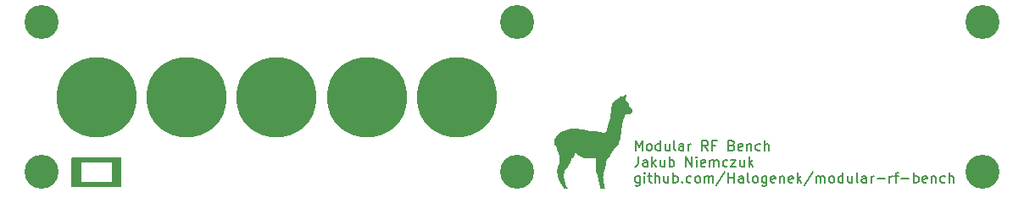
<source format=gbr>
%TF.GenerationSoftware,KiCad,Pcbnew,6.0.9+dfsg-1~bpo11+1*%
%TF.CreationDate,2022-11-11T14:52:19+01:00*%
%TF.ProjectId,014-base-power-board,3031342d-6261-4736-952d-706f7765722d,1*%
%TF.SameCoordinates,Original*%
%TF.FileFunction,Soldermask,Top*%
%TF.FilePolarity,Negative*%
%FSLAX46Y46*%
G04 Gerber Fmt 4.6, Leading zero omitted, Abs format (unit mm)*
G04 Created by KiCad (PCBNEW 6.0.9+dfsg-1~bpo11+1) date 2022-11-11 14:52:19*
%MOMM*%
%LPD*%
G01*
G04 APERTURE LIST*
%ADD10C,0.150000*%
%ADD11C,8.000000*%
%ADD12C,3.400000*%
G04 APERTURE END LIST*
D10*
X160335595Y-95842380D02*
X160335595Y-94842380D01*
X160668928Y-95556666D01*
X161002261Y-94842380D01*
X161002261Y-95842380D01*
X161621309Y-95842380D02*
X161526071Y-95794761D01*
X161478452Y-95747142D01*
X161430833Y-95651904D01*
X161430833Y-95366190D01*
X161478452Y-95270952D01*
X161526071Y-95223333D01*
X161621309Y-95175714D01*
X161764166Y-95175714D01*
X161859404Y-95223333D01*
X161907023Y-95270952D01*
X161954642Y-95366190D01*
X161954642Y-95651904D01*
X161907023Y-95747142D01*
X161859404Y-95794761D01*
X161764166Y-95842380D01*
X161621309Y-95842380D01*
X162811785Y-95842380D02*
X162811785Y-94842380D01*
X162811785Y-95794761D02*
X162716547Y-95842380D01*
X162526071Y-95842380D01*
X162430833Y-95794761D01*
X162383214Y-95747142D01*
X162335595Y-95651904D01*
X162335595Y-95366190D01*
X162383214Y-95270952D01*
X162430833Y-95223333D01*
X162526071Y-95175714D01*
X162716547Y-95175714D01*
X162811785Y-95223333D01*
X163716547Y-95175714D02*
X163716547Y-95842380D01*
X163287976Y-95175714D02*
X163287976Y-95699523D01*
X163335595Y-95794761D01*
X163430833Y-95842380D01*
X163573690Y-95842380D01*
X163668928Y-95794761D01*
X163716547Y-95747142D01*
X164335595Y-95842380D02*
X164240357Y-95794761D01*
X164192738Y-95699523D01*
X164192738Y-94842380D01*
X165145119Y-95842380D02*
X165145119Y-95318571D01*
X165097500Y-95223333D01*
X165002261Y-95175714D01*
X164811785Y-95175714D01*
X164716547Y-95223333D01*
X165145119Y-95794761D02*
X165049880Y-95842380D01*
X164811785Y-95842380D01*
X164716547Y-95794761D01*
X164668928Y-95699523D01*
X164668928Y-95604285D01*
X164716547Y-95509047D01*
X164811785Y-95461428D01*
X165049880Y-95461428D01*
X165145119Y-95413809D01*
X165621309Y-95842380D02*
X165621309Y-95175714D01*
X165621309Y-95366190D02*
X165668928Y-95270952D01*
X165716547Y-95223333D01*
X165811785Y-95175714D01*
X165907023Y-95175714D01*
X167573690Y-95842380D02*
X167240357Y-95366190D01*
X167002261Y-95842380D02*
X167002261Y-94842380D01*
X167383214Y-94842380D01*
X167478452Y-94890000D01*
X167526071Y-94937619D01*
X167573690Y-95032857D01*
X167573690Y-95175714D01*
X167526071Y-95270952D01*
X167478452Y-95318571D01*
X167383214Y-95366190D01*
X167002261Y-95366190D01*
X168335595Y-95318571D02*
X168002261Y-95318571D01*
X168002261Y-95842380D02*
X168002261Y-94842380D01*
X168478452Y-94842380D01*
X169954642Y-95318571D02*
X170097500Y-95366190D01*
X170145119Y-95413809D01*
X170192738Y-95509047D01*
X170192738Y-95651904D01*
X170145119Y-95747142D01*
X170097500Y-95794761D01*
X170002261Y-95842380D01*
X169621309Y-95842380D01*
X169621309Y-94842380D01*
X169954642Y-94842380D01*
X170049880Y-94890000D01*
X170097500Y-94937619D01*
X170145119Y-95032857D01*
X170145119Y-95128095D01*
X170097500Y-95223333D01*
X170049880Y-95270952D01*
X169954642Y-95318571D01*
X169621309Y-95318571D01*
X171002261Y-95794761D02*
X170907023Y-95842380D01*
X170716547Y-95842380D01*
X170621309Y-95794761D01*
X170573690Y-95699523D01*
X170573690Y-95318571D01*
X170621309Y-95223333D01*
X170716547Y-95175714D01*
X170907023Y-95175714D01*
X171002261Y-95223333D01*
X171049880Y-95318571D01*
X171049880Y-95413809D01*
X170573690Y-95509047D01*
X171478452Y-95175714D02*
X171478452Y-95842380D01*
X171478452Y-95270952D02*
X171526071Y-95223333D01*
X171621309Y-95175714D01*
X171764166Y-95175714D01*
X171859404Y-95223333D01*
X171907023Y-95318571D01*
X171907023Y-95842380D01*
X172811785Y-95794761D02*
X172716547Y-95842380D01*
X172526071Y-95842380D01*
X172430833Y-95794761D01*
X172383214Y-95747142D01*
X172335595Y-95651904D01*
X172335595Y-95366190D01*
X172383214Y-95270952D01*
X172430833Y-95223333D01*
X172526071Y-95175714D01*
X172716547Y-95175714D01*
X172811785Y-95223333D01*
X173240357Y-95842380D02*
X173240357Y-94842380D01*
X173668928Y-95842380D02*
X173668928Y-95318571D01*
X173621309Y-95223333D01*
X173526071Y-95175714D01*
X173383214Y-95175714D01*
X173287976Y-95223333D01*
X173240357Y-95270952D01*
X160621309Y-96452380D02*
X160621309Y-97166666D01*
X160573690Y-97309523D01*
X160478452Y-97404761D01*
X160335595Y-97452380D01*
X160240357Y-97452380D01*
X161526071Y-97452380D02*
X161526071Y-96928571D01*
X161478452Y-96833333D01*
X161383214Y-96785714D01*
X161192738Y-96785714D01*
X161097500Y-96833333D01*
X161526071Y-97404761D02*
X161430833Y-97452380D01*
X161192738Y-97452380D01*
X161097500Y-97404761D01*
X161049880Y-97309523D01*
X161049880Y-97214285D01*
X161097500Y-97119047D01*
X161192738Y-97071428D01*
X161430833Y-97071428D01*
X161526071Y-97023809D01*
X162002261Y-97452380D02*
X162002261Y-96452380D01*
X162097500Y-97071428D02*
X162383214Y-97452380D01*
X162383214Y-96785714D02*
X162002261Y-97166666D01*
X163240357Y-96785714D02*
X163240357Y-97452380D01*
X162811785Y-96785714D02*
X162811785Y-97309523D01*
X162859404Y-97404761D01*
X162954642Y-97452380D01*
X163097500Y-97452380D01*
X163192738Y-97404761D01*
X163240357Y-97357142D01*
X163716547Y-97452380D02*
X163716547Y-96452380D01*
X163716547Y-96833333D02*
X163811785Y-96785714D01*
X164002261Y-96785714D01*
X164097500Y-96833333D01*
X164145119Y-96880952D01*
X164192738Y-96976190D01*
X164192738Y-97261904D01*
X164145119Y-97357142D01*
X164097500Y-97404761D01*
X164002261Y-97452380D01*
X163811785Y-97452380D01*
X163716547Y-97404761D01*
X165383214Y-97452380D02*
X165383214Y-96452380D01*
X165954642Y-97452380D01*
X165954642Y-96452380D01*
X166430833Y-97452380D02*
X166430833Y-96785714D01*
X166430833Y-96452380D02*
X166383214Y-96500000D01*
X166430833Y-96547619D01*
X166478452Y-96500000D01*
X166430833Y-96452380D01*
X166430833Y-96547619D01*
X167287976Y-97404761D02*
X167192738Y-97452380D01*
X167002261Y-97452380D01*
X166907023Y-97404761D01*
X166859404Y-97309523D01*
X166859404Y-96928571D01*
X166907023Y-96833333D01*
X167002261Y-96785714D01*
X167192738Y-96785714D01*
X167287976Y-96833333D01*
X167335595Y-96928571D01*
X167335595Y-97023809D01*
X166859404Y-97119047D01*
X167764166Y-97452380D02*
X167764166Y-96785714D01*
X167764166Y-96880952D02*
X167811785Y-96833333D01*
X167907023Y-96785714D01*
X168049880Y-96785714D01*
X168145119Y-96833333D01*
X168192738Y-96928571D01*
X168192738Y-97452380D01*
X168192738Y-96928571D02*
X168240357Y-96833333D01*
X168335595Y-96785714D01*
X168478452Y-96785714D01*
X168573690Y-96833333D01*
X168621309Y-96928571D01*
X168621309Y-97452380D01*
X169526071Y-97404761D02*
X169430833Y-97452380D01*
X169240357Y-97452380D01*
X169145119Y-97404761D01*
X169097500Y-97357142D01*
X169049880Y-97261904D01*
X169049880Y-96976190D01*
X169097500Y-96880952D01*
X169145119Y-96833333D01*
X169240357Y-96785714D01*
X169430833Y-96785714D01*
X169526071Y-96833333D01*
X169859404Y-96785714D02*
X170383214Y-96785714D01*
X169859404Y-97452380D01*
X170383214Y-97452380D01*
X171192738Y-96785714D02*
X171192738Y-97452380D01*
X170764166Y-96785714D02*
X170764166Y-97309523D01*
X170811785Y-97404761D01*
X170907023Y-97452380D01*
X171049880Y-97452380D01*
X171145119Y-97404761D01*
X171192738Y-97357142D01*
X171668928Y-97452380D02*
X171668928Y-96452380D01*
X171764166Y-97071428D02*
X172049880Y-97452380D01*
X172049880Y-96785714D02*
X171668928Y-97166666D01*
X160764166Y-98395714D02*
X160764166Y-99205238D01*
X160716547Y-99300476D01*
X160668928Y-99348095D01*
X160573690Y-99395714D01*
X160430833Y-99395714D01*
X160335595Y-99348095D01*
X160764166Y-99014761D02*
X160668928Y-99062380D01*
X160478452Y-99062380D01*
X160383214Y-99014761D01*
X160335595Y-98967142D01*
X160287976Y-98871904D01*
X160287976Y-98586190D01*
X160335595Y-98490952D01*
X160383214Y-98443333D01*
X160478452Y-98395714D01*
X160668928Y-98395714D01*
X160764166Y-98443333D01*
X161240357Y-99062380D02*
X161240357Y-98395714D01*
X161240357Y-98062380D02*
X161192738Y-98110000D01*
X161240357Y-98157619D01*
X161287976Y-98110000D01*
X161240357Y-98062380D01*
X161240357Y-98157619D01*
X161573690Y-98395714D02*
X161954642Y-98395714D01*
X161716547Y-98062380D02*
X161716547Y-98919523D01*
X161764166Y-99014761D01*
X161859404Y-99062380D01*
X161954642Y-99062380D01*
X162287976Y-99062380D02*
X162287976Y-98062380D01*
X162716547Y-99062380D02*
X162716547Y-98538571D01*
X162668928Y-98443333D01*
X162573690Y-98395714D01*
X162430833Y-98395714D01*
X162335595Y-98443333D01*
X162287976Y-98490952D01*
X163621309Y-98395714D02*
X163621309Y-99062380D01*
X163192738Y-98395714D02*
X163192738Y-98919523D01*
X163240357Y-99014761D01*
X163335595Y-99062380D01*
X163478452Y-99062380D01*
X163573690Y-99014761D01*
X163621309Y-98967142D01*
X164097500Y-99062380D02*
X164097500Y-98062380D01*
X164097500Y-98443333D02*
X164192738Y-98395714D01*
X164383214Y-98395714D01*
X164478452Y-98443333D01*
X164526071Y-98490952D01*
X164573690Y-98586190D01*
X164573690Y-98871904D01*
X164526071Y-98967142D01*
X164478452Y-99014761D01*
X164383214Y-99062380D01*
X164192738Y-99062380D01*
X164097500Y-99014761D01*
X165002261Y-98967142D02*
X165049880Y-99014761D01*
X165002261Y-99062380D01*
X164954642Y-99014761D01*
X165002261Y-98967142D01*
X165002261Y-99062380D01*
X165907023Y-99014761D02*
X165811785Y-99062380D01*
X165621309Y-99062380D01*
X165526071Y-99014761D01*
X165478452Y-98967142D01*
X165430833Y-98871904D01*
X165430833Y-98586190D01*
X165478452Y-98490952D01*
X165526071Y-98443333D01*
X165621309Y-98395714D01*
X165811785Y-98395714D01*
X165907023Y-98443333D01*
X166478452Y-99062380D02*
X166383214Y-99014761D01*
X166335595Y-98967142D01*
X166287976Y-98871904D01*
X166287976Y-98586190D01*
X166335595Y-98490952D01*
X166383214Y-98443333D01*
X166478452Y-98395714D01*
X166621309Y-98395714D01*
X166716547Y-98443333D01*
X166764166Y-98490952D01*
X166811785Y-98586190D01*
X166811785Y-98871904D01*
X166764166Y-98967142D01*
X166716547Y-99014761D01*
X166621309Y-99062380D01*
X166478452Y-99062380D01*
X167240357Y-99062380D02*
X167240357Y-98395714D01*
X167240357Y-98490952D02*
X167287976Y-98443333D01*
X167383214Y-98395714D01*
X167526071Y-98395714D01*
X167621309Y-98443333D01*
X167668928Y-98538571D01*
X167668928Y-99062380D01*
X167668928Y-98538571D02*
X167716547Y-98443333D01*
X167811785Y-98395714D01*
X167954642Y-98395714D01*
X168049880Y-98443333D01*
X168097500Y-98538571D01*
X168097500Y-99062380D01*
X169287976Y-98014761D02*
X168430833Y-99300476D01*
X169621309Y-99062380D02*
X169621309Y-98062380D01*
X169621309Y-98538571D02*
X170192738Y-98538571D01*
X170192738Y-99062380D02*
X170192738Y-98062380D01*
X171097500Y-99062380D02*
X171097500Y-98538571D01*
X171049880Y-98443333D01*
X170954642Y-98395714D01*
X170764166Y-98395714D01*
X170668928Y-98443333D01*
X171097500Y-99014761D02*
X171002261Y-99062380D01*
X170764166Y-99062380D01*
X170668928Y-99014761D01*
X170621309Y-98919523D01*
X170621309Y-98824285D01*
X170668928Y-98729047D01*
X170764166Y-98681428D01*
X171002261Y-98681428D01*
X171097500Y-98633809D01*
X171716547Y-99062380D02*
X171621309Y-99014761D01*
X171573690Y-98919523D01*
X171573690Y-98062380D01*
X172240357Y-99062380D02*
X172145119Y-99014761D01*
X172097500Y-98967142D01*
X172049880Y-98871904D01*
X172049880Y-98586190D01*
X172097500Y-98490952D01*
X172145119Y-98443333D01*
X172240357Y-98395714D01*
X172383214Y-98395714D01*
X172478452Y-98443333D01*
X172526071Y-98490952D01*
X172573690Y-98586190D01*
X172573690Y-98871904D01*
X172526071Y-98967142D01*
X172478452Y-99014761D01*
X172383214Y-99062380D01*
X172240357Y-99062380D01*
X173430833Y-98395714D02*
X173430833Y-99205238D01*
X173383214Y-99300476D01*
X173335595Y-99348095D01*
X173240357Y-99395714D01*
X173097500Y-99395714D01*
X173002261Y-99348095D01*
X173430833Y-99014761D02*
X173335595Y-99062380D01*
X173145119Y-99062380D01*
X173049880Y-99014761D01*
X173002261Y-98967142D01*
X172954642Y-98871904D01*
X172954642Y-98586190D01*
X173002261Y-98490952D01*
X173049880Y-98443333D01*
X173145119Y-98395714D01*
X173335595Y-98395714D01*
X173430833Y-98443333D01*
X174287976Y-99014761D02*
X174192738Y-99062380D01*
X174002261Y-99062380D01*
X173907023Y-99014761D01*
X173859404Y-98919523D01*
X173859404Y-98538571D01*
X173907023Y-98443333D01*
X174002261Y-98395714D01*
X174192738Y-98395714D01*
X174287976Y-98443333D01*
X174335595Y-98538571D01*
X174335595Y-98633809D01*
X173859404Y-98729047D01*
X174764166Y-98395714D02*
X174764166Y-99062380D01*
X174764166Y-98490952D02*
X174811785Y-98443333D01*
X174907023Y-98395714D01*
X175049880Y-98395714D01*
X175145119Y-98443333D01*
X175192738Y-98538571D01*
X175192738Y-99062380D01*
X176049880Y-99014761D02*
X175954642Y-99062380D01*
X175764166Y-99062380D01*
X175668928Y-99014761D01*
X175621309Y-98919523D01*
X175621309Y-98538571D01*
X175668928Y-98443333D01*
X175764166Y-98395714D01*
X175954642Y-98395714D01*
X176049880Y-98443333D01*
X176097500Y-98538571D01*
X176097500Y-98633809D01*
X175621309Y-98729047D01*
X176526071Y-99062380D02*
X176526071Y-98062380D01*
X176621309Y-98681428D02*
X176907023Y-99062380D01*
X176907023Y-98395714D02*
X176526071Y-98776666D01*
X178049880Y-98014761D02*
X177192738Y-99300476D01*
X178383214Y-99062380D02*
X178383214Y-98395714D01*
X178383214Y-98490952D02*
X178430833Y-98443333D01*
X178526071Y-98395714D01*
X178668928Y-98395714D01*
X178764166Y-98443333D01*
X178811785Y-98538571D01*
X178811785Y-99062380D01*
X178811785Y-98538571D02*
X178859404Y-98443333D01*
X178954642Y-98395714D01*
X179097500Y-98395714D01*
X179192738Y-98443333D01*
X179240357Y-98538571D01*
X179240357Y-99062380D01*
X179859404Y-99062380D02*
X179764166Y-99014761D01*
X179716547Y-98967142D01*
X179668928Y-98871904D01*
X179668928Y-98586190D01*
X179716547Y-98490952D01*
X179764166Y-98443333D01*
X179859404Y-98395714D01*
X180002261Y-98395714D01*
X180097500Y-98443333D01*
X180145119Y-98490952D01*
X180192738Y-98586190D01*
X180192738Y-98871904D01*
X180145119Y-98967142D01*
X180097500Y-99014761D01*
X180002261Y-99062380D01*
X179859404Y-99062380D01*
X181049880Y-99062380D02*
X181049880Y-98062380D01*
X181049880Y-99014761D02*
X180954642Y-99062380D01*
X180764166Y-99062380D01*
X180668928Y-99014761D01*
X180621309Y-98967142D01*
X180573690Y-98871904D01*
X180573690Y-98586190D01*
X180621309Y-98490952D01*
X180668928Y-98443333D01*
X180764166Y-98395714D01*
X180954642Y-98395714D01*
X181049880Y-98443333D01*
X181954642Y-98395714D02*
X181954642Y-99062380D01*
X181526071Y-98395714D02*
X181526071Y-98919523D01*
X181573690Y-99014761D01*
X181668928Y-99062380D01*
X181811785Y-99062380D01*
X181907023Y-99014761D01*
X181954642Y-98967142D01*
X182573690Y-99062380D02*
X182478452Y-99014761D01*
X182430833Y-98919523D01*
X182430833Y-98062380D01*
X183383214Y-99062380D02*
X183383214Y-98538571D01*
X183335595Y-98443333D01*
X183240357Y-98395714D01*
X183049880Y-98395714D01*
X182954642Y-98443333D01*
X183383214Y-99014761D02*
X183287976Y-99062380D01*
X183049880Y-99062380D01*
X182954642Y-99014761D01*
X182907023Y-98919523D01*
X182907023Y-98824285D01*
X182954642Y-98729047D01*
X183049880Y-98681428D01*
X183287976Y-98681428D01*
X183383214Y-98633809D01*
X183859404Y-99062380D02*
X183859404Y-98395714D01*
X183859404Y-98586190D02*
X183907023Y-98490952D01*
X183954642Y-98443333D01*
X184049880Y-98395714D01*
X184145119Y-98395714D01*
X184478452Y-98681428D02*
X185240357Y-98681428D01*
X185716547Y-99062380D02*
X185716547Y-98395714D01*
X185716547Y-98586190D02*
X185764166Y-98490952D01*
X185811785Y-98443333D01*
X185907023Y-98395714D01*
X186002261Y-98395714D01*
X186192738Y-98395714D02*
X186573690Y-98395714D01*
X186335595Y-99062380D02*
X186335595Y-98205238D01*
X186383214Y-98110000D01*
X186478452Y-98062380D01*
X186573690Y-98062380D01*
X186907023Y-98681428D02*
X187668928Y-98681428D01*
X188145119Y-99062380D02*
X188145119Y-98062380D01*
X188145119Y-98443333D02*
X188240357Y-98395714D01*
X188430833Y-98395714D01*
X188526071Y-98443333D01*
X188573690Y-98490952D01*
X188621309Y-98586190D01*
X188621309Y-98871904D01*
X188573690Y-98967142D01*
X188526071Y-99014761D01*
X188430833Y-99062380D01*
X188240357Y-99062380D01*
X188145119Y-99014761D01*
X189430833Y-99014761D02*
X189335595Y-99062380D01*
X189145119Y-99062380D01*
X189049880Y-99014761D01*
X189002261Y-98919523D01*
X189002261Y-98538571D01*
X189049880Y-98443333D01*
X189145119Y-98395714D01*
X189335595Y-98395714D01*
X189430833Y-98443333D01*
X189478452Y-98538571D01*
X189478452Y-98633809D01*
X189002261Y-98729047D01*
X189907023Y-98395714D02*
X189907023Y-99062380D01*
X189907023Y-98490952D02*
X189954642Y-98443333D01*
X190049880Y-98395714D01*
X190192738Y-98395714D01*
X190287976Y-98443333D01*
X190335595Y-98538571D01*
X190335595Y-99062380D01*
X191240357Y-99014761D02*
X191145119Y-99062380D01*
X190954642Y-99062380D01*
X190859404Y-99014761D01*
X190811785Y-98967142D01*
X190764166Y-98871904D01*
X190764166Y-98586190D01*
X190811785Y-98490952D01*
X190859404Y-98443333D01*
X190954642Y-98395714D01*
X191145119Y-98395714D01*
X191240357Y-98443333D01*
X191668928Y-99062380D02*
X191668928Y-98062380D01*
X192097500Y-99062380D02*
X192097500Y-98538571D01*
X192049880Y-98443333D01*
X191954642Y-98395714D01*
X191811785Y-98395714D01*
X191716547Y-98443333D01*
X191668928Y-98490952D01*
%TO.C,G\u002A\u002A\u002A*%
G36*
X159414416Y-90229835D02*
G01*
X159443561Y-90245287D01*
X159455277Y-90277583D01*
X159449972Y-90332077D01*
X159428057Y-90414125D01*
X159390492Y-90527483D01*
X159357721Y-90620893D01*
X159329331Y-90699251D01*
X159308224Y-90754728D01*
X159297301Y-90779491D01*
X159296972Y-90779893D01*
X159308277Y-90794357D01*
X159347091Y-90823130D01*
X159405037Y-90860009D01*
X159405588Y-90860340D01*
X159531368Y-90947708D01*
X159627025Y-91039263D01*
X159690648Y-91131501D01*
X159720324Y-91220919D01*
X159714140Y-91304015D01*
X159681040Y-91364891D01*
X159641983Y-91413125D01*
X159755111Y-91481272D01*
X159835474Y-91533399D01*
X159918500Y-91592935D01*
X159961214Y-91626500D01*
X160013323Y-91671855D01*
X160039491Y-91705222D01*
X160046422Y-91739968D01*
X160041322Y-91786249D01*
X160031272Y-91865745D01*
X160024369Y-91946339D01*
X160024113Y-91950944D01*
X160013418Y-92013635D01*
X159985916Y-92048943D01*
X159974590Y-92055528D01*
X159928048Y-92088533D01*
X159888588Y-92128506D01*
X159868465Y-92150077D01*
X159843955Y-92164948D01*
X159806925Y-92174838D01*
X159749245Y-92181464D01*
X159662783Y-92186544D01*
X159601005Y-92189260D01*
X159481689Y-92196462D01*
X159391872Y-92206558D01*
X159336281Y-92218928D01*
X159322815Y-92225758D01*
X159298763Y-92262753D01*
X159280657Y-92319491D01*
X159278901Y-92329094D01*
X159264182Y-92381259D01*
X159235014Y-92457391D01*
X159196401Y-92544984D01*
X159173574Y-92592270D01*
X159139234Y-92663297D01*
X159112482Y-92726234D01*
X159090874Y-92789962D01*
X159071966Y-92863358D01*
X159053315Y-92955305D01*
X159032476Y-93074680D01*
X159020007Y-93150285D01*
X158997223Y-93300950D01*
X158975026Y-93467452D01*
X158955407Y-93633514D01*
X158940354Y-93782855D01*
X158935422Y-93842636D01*
X158906958Y-94141701D01*
X158868203Y-94406871D01*
X158818026Y-94644557D01*
X158756107Y-94858732D01*
X158698283Y-95014260D01*
X158632599Y-95149892D01*
X158552041Y-95277021D01*
X158449597Y-95407040D01*
X158351287Y-95516399D01*
X158154658Y-95750561D01*
X157987613Y-96003258D01*
X157862728Y-96242372D01*
X157806372Y-96355807D01*
X157755622Y-96440750D01*
X157703351Y-96508037D01*
X157656965Y-96555208D01*
X157601622Y-96604234D01*
X157556502Y-96639426D01*
X157531137Y-96653365D01*
X157530790Y-96653377D01*
X157506902Y-96666437D01*
X157483839Y-96707534D01*
X157460784Y-96779546D01*
X157436919Y-96885349D01*
X157411425Y-97027821D01*
X157395405Y-97129478D01*
X157365871Y-97315506D01*
X157337404Y-97473253D01*
X157307074Y-97615579D01*
X157271949Y-97755342D01*
X157229100Y-97905404D01*
X157188295Y-98038303D01*
X157147325Y-98177534D01*
X157119875Y-98296918D01*
X157105347Y-98407585D01*
X157103144Y-98520664D01*
X157112669Y-98647287D01*
X157133325Y-98798585D01*
X157143953Y-98864768D01*
X157163727Y-98987783D01*
X157182195Y-99108350D01*
X157197685Y-99215164D01*
X157208527Y-99296921D01*
X157211122Y-99319447D01*
X157225786Y-99409456D01*
X157252736Y-99483788D01*
X157300009Y-99563926D01*
X157305847Y-99572620D01*
X157386243Y-99691457D01*
X156782070Y-99691457D01*
X156796036Y-99624288D01*
X156813333Y-99564768D01*
X156834184Y-99519072D01*
X156843905Y-99491984D01*
X156839148Y-99455160D01*
X156817574Y-99398893D01*
X156792109Y-99344584D01*
X156752101Y-99253206D01*
X156718036Y-99153524D01*
X156687707Y-99037147D01*
X156658903Y-98895681D01*
X156631702Y-98735224D01*
X156611548Y-98630975D01*
X156581809Y-98505236D01*
X156546841Y-98375430D01*
X156518084Y-98280545D01*
X156478746Y-98154864D01*
X156448370Y-98046309D01*
X156425112Y-97944624D01*
X156407130Y-97839548D01*
X156392581Y-97720822D01*
X156379621Y-97578188D01*
X156370564Y-97459398D01*
X156360015Y-97253088D01*
X156358411Y-97055605D01*
X156365560Y-96876859D01*
X156381269Y-96726763D01*
X156385298Y-96701762D01*
X156396570Y-96636477D01*
X156026124Y-96647921D01*
X155784525Y-96650961D01*
X155574331Y-96643448D01*
X155386768Y-96624548D01*
X155213065Y-96593426D01*
X155070670Y-96557002D01*
X154857737Y-96479272D01*
X154679081Y-96379181D01*
X154533819Y-96256105D01*
X154421073Y-96109423D01*
X154408870Y-96088783D01*
X154351814Y-95989200D01*
X154337279Y-96047112D01*
X154297554Y-96161485D01*
X154236069Y-96287677D01*
X154161694Y-96409751D01*
X154083296Y-96511771D01*
X154071653Y-96524448D01*
X154003647Y-96598506D01*
X153958031Y-96657071D01*
X153927706Y-96713614D01*
X153905573Y-96781608D01*
X153884534Y-96874524D01*
X153882815Y-96882813D01*
X153844506Y-97028087D01*
X153790157Y-97160794D01*
X153714821Y-97289451D01*
X153613551Y-97422573D01*
X153489124Y-97560612D01*
X153401310Y-97654172D01*
X153338192Y-97726133D01*
X153294604Y-97783473D01*
X153265382Y-97833172D01*
X153245358Y-97882210D01*
X153240968Y-97895887D01*
X153213235Y-98020673D01*
X153196981Y-98167535D01*
X153193305Y-98318539D01*
X153203301Y-98455751D01*
X153205734Y-98472091D01*
X153243698Y-98704382D01*
X153277306Y-98898498D01*
X153307217Y-99057292D01*
X153334090Y-99183619D01*
X153358585Y-99280332D01*
X153381360Y-99350286D01*
X153403075Y-99396333D01*
X153424389Y-99421329D01*
X153425073Y-99421814D01*
X153486072Y-99472353D01*
X153541125Y-99531622D01*
X153578952Y-99586696D01*
X153587782Y-99608240D01*
X153590489Y-99627264D01*
X153581872Y-99639442D01*
X153554833Y-99646293D01*
X153502273Y-99649342D01*
X153417094Y-99650108D01*
X153392439Y-99650122D01*
X153186144Y-99650122D01*
X153190898Y-99593287D01*
X153186738Y-99556861D01*
X153164682Y-99515379D01*
X153119538Y-99460866D01*
X153073165Y-99412449D01*
X152987536Y-99314295D01*
X152909605Y-99199197D01*
X152836422Y-99061452D01*
X152765035Y-98895359D01*
X152692493Y-98695216D01*
X152675413Y-98644006D01*
X152605788Y-98420717D01*
X152555232Y-98227218D01*
X152523844Y-98056571D01*
X152511725Y-97901843D01*
X152518975Y-97756096D01*
X152545692Y-97612396D01*
X152591977Y-97463806D01*
X152657928Y-97303392D01*
X152695851Y-97221725D01*
X152726488Y-97155147D01*
X152746363Y-97101135D01*
X152757737Y-97047338D01*
X152762867Y-96981402D01*
X152764014Y-96890976D01*
X152763885Y-96849715D01*
X152748074Y-96627435D01*
X152702914Y-96378699D01*
X152628873Y-96105678D01*
X152559296Y-95899024D01*
X152523042Y-95790650D01*
X152489003Y-95674804D01*
X152462487Y-95570101D01*
X152454213Y-95530466D01*
X152428822Y-95416737D01*
X152401286Y-95330454D01*
X152373391Y-95274383D01*
X152346923Y-95251287D01*
X152323668Y-95263931D01*
X152307949Y-95304088D01*
X152298407Y-95337346D01*
X152289621Y-95340392D01*
X152275793Y-95309800D01*
X152264250Y-95278254D01*
X152242457Y-95181687D01*
X152234480Y-95061679D01*
X152239934Y-94933607D01*
X152258432Y-94812845D01*
X152277676Y-94744395D01*
X152372199Y-94538632D01*
X152502148Y-94350848D01*
X152665062Y-94182486D01*
X152858484Y-94034988D01*
X153079955Y-93909797D01*
X153327018Y-93808357D01*
X153597214Y-93732109D01*
X153888085Y-93682496D01*
X154119284Y-93663590D01*
X154294850Y-93659516D01*
X154462998Y-93664635D01*
X154633553Y-93680037D01*
X154816339Y-93706811D01*
X155021181Y-93746046D01*
X155183423Y-93781617D01*
X155375615Y-93824691D01*
X155535159Y-93858400D01*
X155669417Y-93883758D01*
X155785751Y-93901779D01*
X155891524Y-93913475D01*
X155994098Y-93919859D01*
X156100835Y-93921946D01*
X156197258Y-93921150D01*
X156309477Y-93919831D01*
X156398026Y-93921178D01*
X156474640Y-93926632D01*
X156551056Y-93937637D01*
X156639011Y-93955638D01*
X156750241Y-93982076D01*
X156807208Y-93996165D01*
X156951244Y-94030429D01*
X157062559Y-94052366D01*
X157147893Y-94061952D01*
X157213985Y-94059163D01*
X157267576Y-94043974D01*
X157315406Y-94016360D01*
X157343667Y-93994218D01*
X157385778Y-93953346D01*
X157421467Y-93904258D01*
X157453302Y-93840683D01*
X157483851Y-93756347D01*
X157515681Y-93644979D01*
X157551360Y-93500306D01*
X157558693Y-93468939D01*
X157593810Y-93325540D01*
X157636130Y-93164624D01*
X157680612Y-93004748D01*
X157722219Y-92864469D01*
X157726905Y-92849434D01*
X157757956Y-92748226D01*
X157782606Y-92660591D01*
X157802452Y-92577889D01*
X157819094Y-92491482D01*
X157834131Y-92392731D01*
X157849159Y-92272996D01*
X157865779Y-92123639D01*
X157872004Y-92065256D01*
X157894197Y-91860986D01*
X157913945Y-91692814D01*
X157932194Y-91555643D01*
X157949891Y-91444376D01*
X157967983Y-91353915D01*
X157987415Y-91279164D01*
X158009135Y-91215026D01*
X158034088Y-91156404D01*
X158044976Y-91133784D01*
X158086454Y-91055390D01*
X158128683Y-90991069D01*
X158178807Y-90933520D01*
X158243967Y-90875442D01*
X158331308Y-90809533D01*
X158428397Y-90741847D01*
X158527761Y-90669937D01*
X158631078Y-90588614D01*
X158723846Y-90509590D01*
X158773781Y-90462870D01*
X158836551Y-90404087D01*
X158890644Y-90359809D01*
X158928281Y-90336099D01*
X158939118Y-90334010D01*
X158966264Y-90363246D01*
X158969488Y-90423212D01*
X158948833Y-90510956D01*
X158936194Y-90547086D01*
X158913231Y-90610665D01*
X158897701Y-90657882D01*
X158893409Y-90675456D01*
X158906069Y-90671627D01*
X158939965Y-90643081D01*
X158988971Y-90596084D01*
X159046960Y-90536900D01*
X159107807Y-90471793D01*
X159165386Y-90407030D01*
X159213571Y-90348874D01*
X159216823Y-90344711D01*
X159271214Y-90279224D01*
X159312588Y-90242320D01*
X159349448Y-90227290D01*
X159367433Y-90225875D01*
X159414416Y-90229835D01*
G37*
%TD*%
D11*
%TO.C,J1*%
X106500000Y-90500000D03*
%TD*%
%TO.C,J7*%
X133500000Y-90500000D03*
%TD*%
%TO.C,J3*%
X115500000Y-90500000D03*
%TD*%
%TO.C,J9*%
X142500000Y-90500000D03*
%TD*%
%TO.C,J5*%
X124500000Y-90500000D03*
%TD*%
D12*
%TO.C,H4*%
X195000000Y-98000000D03*
%TD*%
%TO.C,H1*%
X101000000Y-83000000D03*
%TD*%
%TO.C,H3*%
X195000000Y-83000000D03*
%TD*%
%TO.C,H6*%
X101000000Y-98000000D03*
%TD*%
%TO.C,H2*%
X148500000Y-83000000D03*
%TD*%
%TO.C,H5*%
X148500000Y-98000000D03*
%TD*%
G36*
X105159191Y-96518907D02*
G01*
X105195155Y-96568407D01*
X105200000Y-96599000D01*
X105200000Y-96901000D01*
X105181093Y-96959191D01*
X105131593Y-96995155D01*
X105101000Y-97000000D01*
X105015680Y-97000000D01*
X105002995Y-97004122D01*
X105000000Y-97008243D01*
X105000000Y-98984320D01*
X105004122Y-98997005D01*
X105008243Y-99000000D01*
X105101000Y-99000000D01*
X105159191Y-99018907D01*
X105195155Y-99068407D01*
X105200000Y-99099000D01*
X105200000Y-99401000D01*
X105181093Y-99459191D01*
X105131593Y-99495155D01*
X105101000Y-99500000D01*
X104099000Y-99500000D01*
X104040809Y-99481093D01*
X104004845Y-99431593D01*
X104000000Y-99401000D01*
X104000000Y-96599000D01*
X104018907Y-96540809D01*
X104068407Y-96504845D01*
X104099000Y-96500000D01*
X105101000Y-96500000D01*
X105159191Y-96518907D01*
G37*
G36*
X108159191Y-96518907D02*
G01*
X108195155Y-96568407D01*
X108200000Y-96599000D01*
X108200000Y-96997564D01*
X108199881Y-97002424D01*
X108199275Y-97014754D01*
X108198323Y-97024418D01*
X108196929Y-97033817D01*
X108169689Y-97088604D01*
X108115448Y-97116917D01*
X108054925Y-97107941D01*
X108011237Y-97065104D01*
X108000000Y-97019293D01*
X108000000Y-97015680D01*
X107995878Y-97002995D01*
X107991757Y-97000000D01*
X105015680Y-97000000D01*
X105002995Y-97004122D01*
X105000000Y-97008243D01*
X105000000Y-97019293D01*
X104981093Y-97077484D01*
X104931593Y-97113448D01*
X104870407Y-97113448D01*
X104820907Y-97077484D01*
X104803071Y-97033817D01*
X104801677Y-97024418D01*
X104800725Y-97014754D01*
X104800119Y-97002424D01*
X104800000Y-96997564D01*
X104800000Y-96599000D01*
X104818907Y-96540809D01*
X104868407Y-96504845D01*
X104899000Y-96500000D01*
X108101000Y-96500000D01*
X108159191Y-96518907D01*
G37*
G36*
X104945075Y-98892059D02*
G01*
X104988763Y-98934896D01*
X105000000Y-98980707D01*
X105000000Y-98984320D01*
X105004122Y-98997005D01*
X105008243Y-99000000D01*
X107984320Y-99000000D01*
X107997005Y-98995878D01*
X108000000Y-98991757D01*
X108000000Y-98980707D01*
X108018907Y-98922516D01*
X108068407Y-98886552D01*
X108129593Y-98886552D01*
X108179093Y-98922516D01*
X108196929Y-98966183D01*
X108198323Y-98975582D01*
X108199275Y-98985246D01*
X108199881Y-98997576D01*
X108200000Y-99002436D01*
X108200000Y-99401000D01*
X108181093Y-99459191D01*
X108131593Y-99495155D01*
X108101000Y-99500000D01*
X104899000Y-99500000D01*
X104840809Y-99481093D01*
X104804845Y-99431593D01*
X104800000Y-99401000D01*
X104800000Y-99002436D01*
X104800119Y-98997576D01*
X104800725Y-98985246D01*
X104801677Y-98975582D01*
X104803071Y-98966183D01*
X104830311Y-98911396D01*
X104884552Y-98883083D01*
X104945075Y-98892059D01*
G37*
G36*
X108959191Y-96518907D02*
G01*
X108995155Y-96568407D01*
X109000000Y-96599000D01*
X109000000Y-99401000D01*
X108981093Y-99459191D01*
X108931593Y-99495155D01*
X108901000Y-99500000D01*
X107899000Y-99500000D01*
X107840809Y-99481093D01*
X107804845Y-99431593D01*
X107800000Y-99401000D01*
X107800000Y-99099000D01*
X107818907Y-99040809D01*
X107868407Y-99004845D01*
X107899000Y-99000000D01*
X107984320Y-99000000D01*
X107997005Y-98995878D01*
X108000000Y-98991757D01*
X108000000Y-97015680D01*
X107995878Y-97002995D01*
X107991757Y-97000000D01*
X107899000Y-97000000D01*
X107840809Y-96981093D01*
X107804845Y-96931593D01*
X107800000Y-96901000D01*
X107800000Y-96599000D01*
X107818907Y-96540809D01*
X107868407Y-96504845D01*
X107899000Y-96500000D01*
X108901000Y-96500000D01*
X108959191Y-96518907D01*
G37*
M02*

</source>
